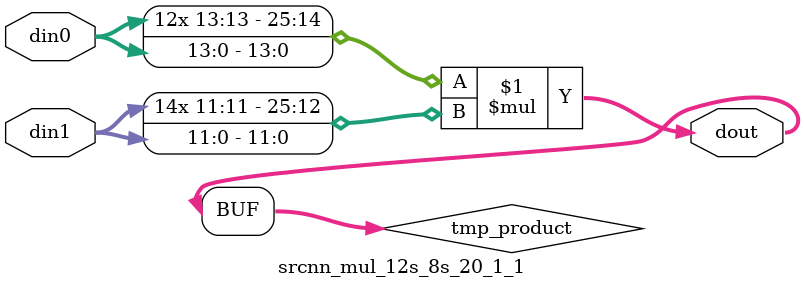
<source format=v>

`timescale 1 ns / 1 ps

  module srcnn_mul_12s_8s_20_1_1(din0, din1, dout);
parameter ID = 1;
parameter NUM_STAGE = 0;
parameter din0_WIDTH = 14;
parameter din1_WIDTH = 12;
parameter dout_WIDTH = 26;

input [din0_WIDTH - 1 : 0] din0; 
input [din1_WIDTH - 1 : 0] din1; 
output [dout_WIDTH - 1 : 0] dout;

wire signed [dout_WIDTH - 1 : 0] tmp_product;













assign tmp_product = $signed(din0) * $signed(din1);








assign dout = tmp_product;







endmodule

</source>
